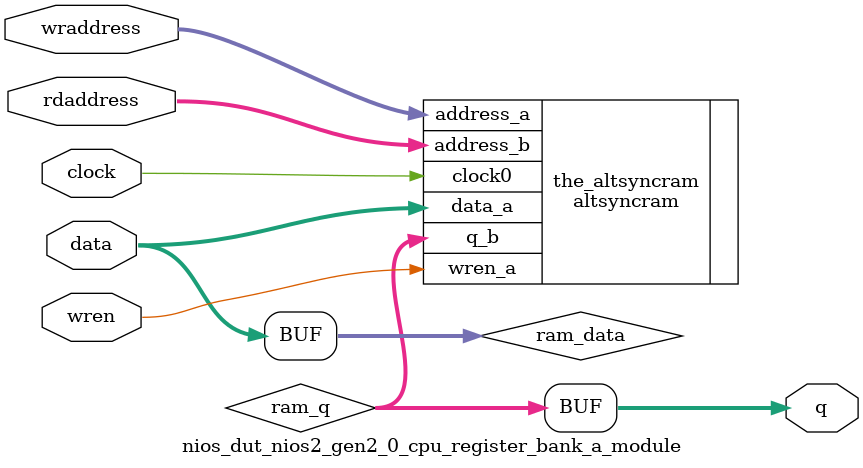
<source format=v>
module nios_dut_nios2_gen2_0_cpu_register_bank_a_module (
                                                          // inputs:
                                                           clock,
                                                           data,
                                                           rdaddress,
                                                           wraddress,
                                                           wren,
                                                          // outputs:
                                                           q
                                                        )
;
  parameter lpm_file = "UNUSED";
  output  [ 31: 0] q;
  input            clock;
  input   [ 31: 0] data;
  input   [  4: 0] rdaddress;
  input   [  4: 0] wraddress;
  input            wren;
  wire    [ 31: 0] q;
  wire    [ 31: 0] ram_data;
  wire    [ 31: 0] ram_q;
  assign q = ram_q;
  assign ram_data = data;
  altsyncram the_altsyncram
    (
      .address_a (wraddress),
      .address_b (rdaddress),
      .clock0 (clock),
      .data_a (ram_data),
      .q_b (ram_q),
      .wren_a (wren)
    );
  defparam the_altsyncram.address_reg_b = "CLOCK0",
           the_altsyncram.init_file = lpm_file,
           the_altsyncram.maximum_depth = 0,
           the_altsyncram.numwords_a = 32,
           the_altsyncram.numwords_b = 32,
           the_altsyncram.operation_mode = "DUAL_PORT",
           the_altsyncram.outdata_reg_b = "UNREGISTERED",
           the_altsyncram.ram_block_type = "AUTO",
           the_altsyncram.rdcontrol_reg_b = "CLOCK0",
           the_altsyncram.read_during_write_mode_mixed_ports = "DONT_CARE",
           the_altsyncram.width_a = 32,
           the_altsyncram.width_b = 32,
           the_altsyncram.widthad_a = 5,
           the_altsyncram.widthad_b = 5;
endmodule
</source>
